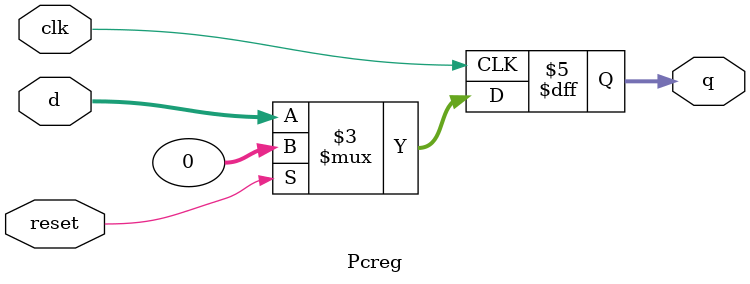
<source format=v>
`timescale 1ns / 1ps


module Pcreg(input clk, input reset, input [31:0] d, output reg [31:0] q);
	always @(posedge clk)
	begin
		q = d;
		if(reset)
			q= 32'h00000000 ;
	end
endmodule

</source>
